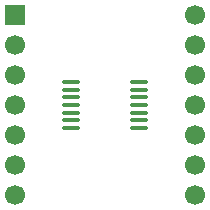
<source format=gbr>
%TF.GenerationSoftware,KiCad,Pcbnew,9.0.3*%
%TF.CreationDate,2025-09-11T11:03:10-04:00*%
%TF.ProjectId,14TSSOPBreakout,31345453-534f-4504-9272-65616b6f7574,rev?*%
%TF.SameCoordinates,Original*%
%TF.FileFunction,Soldermask,Top*%
%TF.FilePolarity,Negative*%
%FSLAX46Y46*%
G04 Gerber Fmt 4.6, Leading zero omitted, Abs format (unit mm)*
G04 Created by KiCad (PCBNEW 9.0.3) date 2025-09-11 11:03:10*
%MOMM*%
%LPD*%
G01*
G04 APERTURE LIST*
G04 Aperture macros list*
%AMRoundRect*
0 Rectangle with rounded corners*
0 $1 Rounding radius*
0 $2 $3 $4 $5 $6 $7 $8 $9 X,Y pos of 4 corners*
0 Add a 4 corners polygon primitive as box body*
4,1,4,$2,$3,$4,$5,$6,$7,$8,$9,$2,$3,0*
0 Add four circle primitives for the rounded corners*
1,1,$1+$1,$2,$3*
1,1,$1+$1,$4,$5*
1,1,$1+$1,$6,$7*
1,1,$1+$1,$8,$9*
0 Add four rect primitives between the rounded corners*
20,1,$1+$1,$2,$3,$4,$5,0*
20,1,$1+$1,$4,$5,$6,$7,0*
20,1,$1+$1,$6,$7,$8,$9,0*
20,1,$1+$1,$8,$9,$2,$3,0*%
G04 Aperture macros list end*
%ADD10C,1.700000*%
%ADD11R,1.700000X1.700000*%
%ADD12RoundRect,0.100000X-0.637500X-0.100000X0.637500X-0.100000X0.637500X0.100000X-0.637500X0.100000X0*%
G04 APERTURE END LIST*
D10*
%TO.C,REF\u002A\u002A*%
X152400000Y-76200000D03*
X152400000Y-78740000D03*
X152400000Y-81280000D03*
X152400000Y-83820000D03*
X152400000Y-86360000D03*
X152400000Y-88900000D03*
X152400000Y-91440000D03*
%TD*%
D11*
%TO.C,REF\u002A\u002A*%
X137160000Y-76200000D03*
D10*
X137160000Y-78740000D03*
X137160000Y-81280000D03*
X137160000Y-83820000D03*
X137160000Y-86360000D03*
X137160000Y-88900000D03*
X137160000Y-91440000D03*
%TD*%
D12*
%TO.C,REF\u002A\u002A*%
X141917500Y-81870000D03*
X141917500Y-82520000D03*
X141917500Y-83170000D03*
X141917500Y-83820000D03*
X141917500Y-84470000D03*
X141917500Y-85120000D03*
X141917500Y-85770000D03*
X147642500Y-85770000D03*
X147642500Y-85120000D03*
X147642500Y-84470000D03*
X147642500Y-83820000D03*
X147642500Y-83170000D03*
X147642500Y-82520000D03*
X147642500Y-81870000D03*
%TD*%
M02*

</source>
